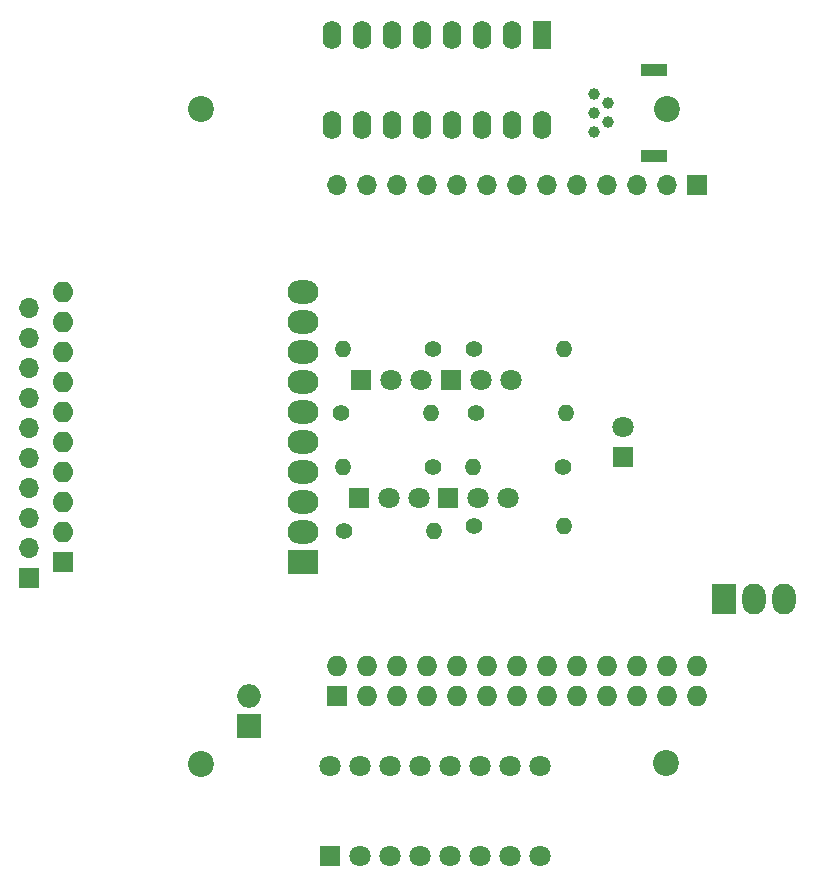
<source format=gts>
G04 #@! TF.FileFunction,Soldermask,Top*
%FSLAX46Y46*%
G04 Gerber Fmt 4.6, Leading zero omitted, Abs format (unit mm)*
G04 Created by KiCad (PCBNEW 4.0.6-e0-6349~52~ubuntu16.10.1) date Tue Jun 20 22:54:53 2017*
%MOMM*%
%LPD*%
G01*
G04 APERTURE LIST*
%ADD10C,0.100000*%
%ADD11R,2.200000X1.000000*%
%ADD12C,1.000000*%
%ADD13R,1.800000X1.800000*%
%ADD14C,1.800000*%
%ADD15R,1.727200X1.727200*%
%ADD16O,1.727200X1.727200*%
%ADD17R,1.700000X1.700000*%
%ADD18O,1.700000X1.700000*%
%ADD19R,2.000000X2.600000*%
%ADD20O,2.000000X2.600000*%
%ADD21R,1.600000X2.400000*%
%ADD22O,1.600000X2.400000*%
%ADD23C,1.400000*%
%ADD24O,1.400000X1.400000*%
%ADD25O,1.998980X1.998980*%
%ADD26R,1.998980X1.998980*%
%ADD27R,2.600000X2.000000*%
%ADD28O,2.600000X2.000000*%
%ADD29R,1.778000X1.778000*%
%ADD30O,1.778000X1.778000*%
%ADD31C,2.200000*%
G04 APERTURE END LIST*
D10*
D11*
X177240000Y-71520000D03*
D12*
X172190000Y-66270000D03*
X173390000Y-67070000D03*
X172190000Y-67870000D03*
X173390000Y-68670000D03*
X172190000Y-69470000D03*
D11*
X177240000Y-64220000D03*
D13*
X149860000Y-130810000D03*
D14*
X152400000Y-130810000D03*
X157480000Y-130810000D03*
X160020000Y-130810000D03*
X162560000Y-130810000D03*
X165100000Y-130810000D03*
X167640000Y-130810000D03*
X167640000Y-123190000D03*
X165100000Y-123190000D03*
X162560000Y-123190000D03*
X160020000Y-123190000D03*
X157480000Y-123190000D03*
X154940000Y-123190000D03*
X152400000Y-123190000D03*
X149860000Y-123190000D03*
X154940000Y-130810000D03*
D15*
X150456900Y-117221000D03*
D16*
X150456900Y-114681000D03*
X152996900Y-117221000D03*
X152996900Y-114681000D03*
X155536900Y-117221000D03*
X155536900Y-114681000D03*
X158076900Y-117221000D03*
X158076900Y-114681000D03*
X160616900Y-117221000D03*
X160616900Y-114681000D03*
X163156900Y-117221000D03*
X163156900Y-114681000D03*
X165696900Y-117221000D03*
X165696900Y-114681000D03*
X168236900Y-117221000D03*
X168236900Y-114681000D03*
X170776900Y-117221000D03*
X170776900Y-114681000D03*
X173316900Y-117221000D03*
X173316900Y-114681000D03*
X175856900Y-117221000D03*
X175856900Y-114681000D03*
X178396900Y-117221000D03*
X178396900Y-114681000D03*
X180936900Y-117221000D03*
X180936900Y-114681000D03*
D17*
X124390000Y-107270000D03*
D18*
X124390000Y-104730000D03*
X124390000Y-102190000D03*
X124390000Y-99650000D03*
X124390000Y-97110000D03*
X124390000Y-94570000D03*
X124390000Y-92030000D03*
X124390000Y-89490000D03*
X124390000Y-86950000D03*
X124390000Y-84410000D03*
D17*
X180940000Y-73970000D03*
D18*
X178400000Y-73970000D03*
X175860000Y-73970000D03*
X173320000Y-73970000D03*
X170780000Y-73970000D03*
X168240000Y-73970000D03*
X165700000Y-73970000D03*
X163160000Y-73970000D03*
X160620000Y-73970000D03*
X158080000Y-73970000D03*
X155540000Y-73970000D03*
X153000000Y-73970000D03*
X150460000Y-73970000D03*
D19*
X183190000Y-109070000D03*
D20*
X185730000Y-109070000D03*
X188270000Y-109070000D03*
D21*
X167790000Y-61270000D03*
D22*
X150010000Y-68890000D03*
X165250000Y-61270000D03*
X152550000Y-68890000D03*
X162710000Y-61270000D03*
X155090000Y-68890000D03*
X160170000Y-61270000D03*
X157630000Y-68890000D03*
X157630000Y-61270000D03*
X160170000Y-68890000D03*
X155090000Y-61270000D03*
X162710000Y-68890000D03*
X152550000Y-61270000D03*
X165250000Y-68890000D03*
X150010000Y-61270000D03*
X167790000Y-68890000D03*
D23*
X162190000Y-93270000D03*
D24*
X169810000Y-93270000D03*
D23*
X150790000Y-93270000D03*
D24*
X158410000Y-93270000D03*
D23*
X158590000Y-97870000D03*
D24*
X150970000Y-97870000D03*
D14*
X165130000Y-90470000D03*
D13*
X160050000Y-90470000D03*
D14*
X162590000Y-90470000D03*
X157530000Y-90470000D03*
D13*
X152450000Y-90470000D03*
D14*
X154990000Y-90470000D03*
X164930000Y-100470000D03*
D13*
X159850000Y-100470000D03*
D14*
X162390000Y-100470000D03*
X157330000Y-100470000D03*
D13*
X152250000Y-100470000D03*
D14*
X154790000Y-100470000D03*
D23*
X161990000Y-102870000D03*
D24*
X169610000Y-102870000D03*
D23*
X150990000Y-103270000D03*
D24*
X158610000Y-103270000D03*
D23*
X169590000Y-97870000D03*
D24*
X161970000Y-97870000D03*
D23*
X161990000Y-87870000D03*
D24*
X169610000Y-87870000D03*
D23*
X158590000Y-87870000D03*
D24*
X150970000Y-87870000D03*
D13*
X174625000Y-97028000D03*
D14*
X174625000Y-94488000D03*
D25*
X143002000Y-117246400D03*
D26*
X143002000Y-119786400D03*
D27*
X147574000Y-105918000D03*
D28*
X147574000Y-103378000D03*
X147574000Y-100838000D03*
X147574000Y-98298000D03*
X147574000Y-95758000D03*
X147574000Y-93218000D03*
X147574000Y-90678000D03*
X147574000Y-88138000D03*
X147574000Y-85598000D03*
X147574000Y-83058000D03*
D29*
X127254000Y-105918000D03*
D30*
X127254000Y-103378000D03*
X127254000Y-100838000D03*
X127254000Y-98298000D03*
X127254000Y-95758000D03*
X127254000Y-93218000D03*
X127254000Y-90678000D03*
X127254000Y-88138000D03*
X127254000Y-85598000D03*
X127254000Y-83058000D03*
D31*
X138938000Y-67564000D03*
X178333400Y-67564000D03*
X138938000Y-122961400D03*
X178308000Y-122936000D03*
M02*

</source>
